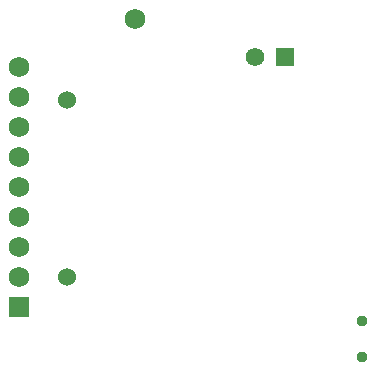
<source format=gbr>
%TF.GenerationSoftware,Altium Limited,Altium Designer,23.4.1 (23)*%
G04 Layer_Color=16711935*
%FSLAX45Y45*%
%MOMM*%
%TF.SameCoordinates,38C36DA3-20F4-41F3-B595-29ED6E075D57*%
%TF.FilePolarity,Negative*%
%TF.FileFunction,Soldermask,Bot*%
%TF.Part,Single*%
G01*
G75*
%TA.AperFunction,ComponentPad*%
%ADD34C,1.52400*%
%ADD35C,1.57000*%
%ADD36R,1.57000X1.57000*%
%TA.AperFunction,ViaPad*%
%ADD51C,1.75000*%
%TA.AperFunction,ComponentPad*%
%ADD52C,1.75000*%
%ADD53R,1.75000X1.75000*%
%ADD54C,0.95000*%
D34*
X2805000Y3467500D02*
D03*
Y4966100D02*
D03*
D35*
X4398000Y5325000D02*
D03*
D36*
X4652000D02*
D03*
D51*
X3377614Y5645007D02*
D03*
D52*
X2400000Y5241000D02*
D03*
Y4987000D02*
D03*
Y4733000D02*
D03*
Y4225000D02*
D03*
Y3717000D02*
D03*
Y3463000D02*
D03*
Y3971000D02*
D03*
Y4479000D02*
D03*
D53*
Y3209000D02*
D03*
D54*
X5297500Y2790000D02*
D03*
Y3090000D02*
D03*
%TF.MD5,aab34b3f0038e6382b2491564cd93c9e*%
M02*

</source>
